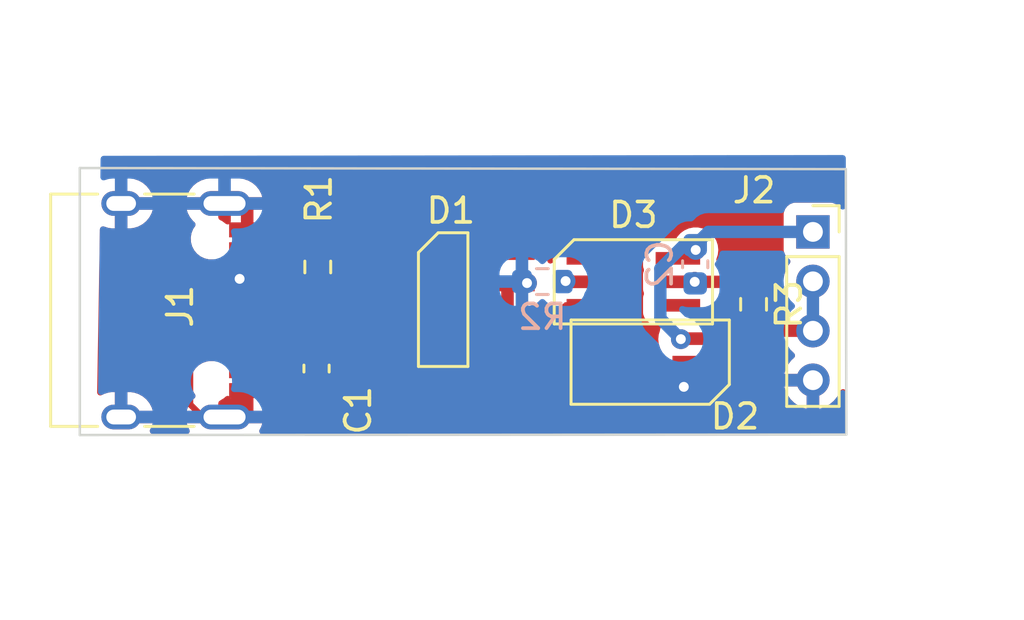
<source format=kicad_pcb>
(kicad_pcb (version 20211014) (generator pcbnew)
  (layers (0 "F.Cu" signal) (31 "B.Cu" signal) (34 "B.Paste" user) (35 "F.Paste" user) (36 "B.SilkS" user "B.Silkscreen") (37 "F.SilkS" user "F.Silkscreen") (38 "B.Mask" user) (39 "F.Mask" user) (44 "Edge.Cuts" user))
  (net 0 "")
  (net 1 "GND")
  (net 2 "Net-(C1-Pad2)")
  (net 3 "/B-")
  (net 4 "Net-(C2-Pad2)")
  (net 5 "Net-(D1-Pad2)")
  (net 6 "/B+")
  (net 8 "Net-(D2-Pad4)")
  (net 10 "Net-(D2-Pad6)")
  (net 11 "Net-(D3-Pad2)")
  (footprint "Library:tp4056" (layer "F.Cu") (at 125.14 109.88)
    (fp_text reference "D1" (at 0.31 -3.6) (layer "F.SilkS"))
    (fp_text value "tp4056")
    (fp_line (start -0.2 -2.705) (end 1 -2.705) (layer "F.SilkS") (width 0.12))
    (fp_line (start 1 2.705) (end -1 2.705) (layer "F.SilkS") (width 0.12))
    (fp_line (start -1 2.705) (end -1 -1.905) (layer "F.SilkS") (width 0.12))
    (fp_line (start 1 -2.705) (end 1 2.705) (layer "F.SilkS") (width 0.12))
    (fp_line (start -1 -1.905) (end -0.2 -2.705) (layer "F.SilkS") (width 0.12))
    (pad "1" smd rect (at -2.6 -1.905 270) (size 0.6 2.2) (layers "F.Cu" "F.Paste" "F.Mask") (net 1 "GND"))
    (pad "2" smd rect (at -2.6 -0.635 270) (size 0.6 2.2) (layers "F.Cu" "F.Paste" "F.Mask") (net 5 "Net-(D1-Pad2)"))
    (pad "3" smd rect (at -2.6 0.635 270) (size 0.6 2.2) (layers "F.Cu" "F.Paste" "F.Mask") (net 1 "GND"))
    (pad "4" smd rect (at -2.6 1.905 270) (size 0.6 2.2) (layers "F.Cu" "F.Paste" "F.Mask") (net 2 "Net-(C1-Pad2)"))
    (pad "5" smd rect (at 2.6 1.905 270) (size 0.6 2.2) (layers "F.Cu" "F.Paste" "F.Mask") (net 6 "/B+"))
    (pad "6" smd rect (at 2.6 0.635 270) (size 0.6 2.2) (layers "F.Cu" "F.Paste" "F.Mask") (net 1 "GND"))
    (pad "7" smd rect (at 2.6 -0.635 270) (size 0.6 2.2) (layers "F.Cu" "F.Paste" "F.Mask") (net 1 "GND"))
    (pad "8" smd rect (at 2.6 -1.905 270) (size 0.6 2.2) (layers "F.Cu" "F.Paste" "F.Mask") (net 2 "Net-(C1-Pad2)"))
  )
  (footprint "Connector_PinSocket_2.00mm:PinSocket_1x04_P2.00mm_Vertical" (layer "F.Cu") (at 140.09 107.14)
    (fp_text reference "J2" (at -2.38 -1.68) (layer "F.SilkS"))
    (fp_text value "Screw_Terminal_01x04")
    (fp_line (start -1.06 1) (end -1.06 7.06) (layer "F.SilkS") (width 0.12))
    (fp_line (start -1.06 1) (end 1.06 1) (layer "F.SilkS") (width 0.12))
    (fp_line (start -1.06 7.06) (end 1.06 7.06) (layer "F.SilkS") (width 0.12))
    (fp_line (start 1.06 1) (end 1.06 7.06) (layer "F.SilkS") (width 0.12))
    (fp_line (start 1.06 -1.06) (end 1.06 0) (layer "F.SilkS") (width 0.12))
    (fp_line (start 0 -1.06) (end 1.06 -1.06) (layer "F.SilkS") (width 0.12))
    (pad "1" thru_hole rect (at 0 0) (size 1.35 1.35) (drill 0.8) (layers *.Cu *.Mask) (net 3 "/B-"))
    (pad "2" thru_hole oval (at 0 2) (size 1.35 1.35) (drill 0.8) (layers *.Cu *.Mask) (net 6 "/B+"))
    (pad "3" thru_hole oval (at 0 4) (size 1.35 1.35) (drill 0.8) (layers *.Cu *.Mask) (net 6 "/B+"))
    (pad "4" thru_hole oval (at 0 6) (size 1.35 1.35) (drill 0.8) (layers *.Cu *.Mask) (net 1 "GND"))
  )
  (footprint "Capacitor_SMD:C_0603_1608Metric" (layer "F.Cu") (at 120.02 112.67 90)
    (fp_text reference "C1" (at -1.69 1.68 90) (layer "F.SilkS"))
    (fp_text value "0.1u")
    (fp_line (start -0.14058 0.51) (end 0.14058 0.51) (layer "F.SilkS") (width 0.12))
    (fp_line (start -0.14058 -0.51) (end 0.14058 -0.51) (layer "F.SilkS") (width 0.12))
    (pad "1" smd roundrect (at -0.775 0 90) (size 0.9 0.95) (layers "F.Cu" "F.Paste" "F.Mask") (net 1 "GND"))
    (pad "2" smd roundrect (at 0.775 0 90) (size 0.9 0.95) (layers "F.Cu" "F.Paste" "F.Mask") (net 2 "Net-(C1-Pad2)"))
  )
  (footprint "Resistor_SMD:R_0603_1608Metric" (layer "F.Cu") (at 137.69 110.07 -90)
    (fp_text reference "R3" (at 0 -1.43 90) (layer "F.SilkS"))
    (fp_text value "100")
    (fp_line (start -0.237258 0.5225) (end 0.237258 0.5225) (layer "F.SilkS") (width 0.12))
    (fp_line (start -0.237258 -0.5225) (end 0.237258 -0.5225) (layer "F.SilkS") (width 0.12))
    (pad "1" smd roundrect (at -0.825 0 270) (size 0.8 0.95) (layers "F.Cu" "F.Paste" "F.Mask") (net 4 "Net-(C2-Pad2)"))
    (pad "2" smd roundrect (at 0.825 0 270) (size 0.8 0.95) (layers "F.Cu" "F.Paste" "F.Mask") (net 6 "/B+"))
  )
  (footprint "Connector_USB:USB_C_Receptacle_HRO_TYPE-C-31-M-12" (layer "F.Cu") (at 113.17 110.31 -90)
    (fp_text reference "J1" (at -0.16 -1.33 90) (layer "F.SilkS"))
    (fp_text value "USB_C_Receptacle_PowerOnly_6P")
    (fp_line (start 4.7 -1.9) (end 4.7 0.1) (layer "F.SilkS") (width 0.12))
    (fp_line (start -4.7 -1.9) (end -4.7 0.1) (layer "F.SilkS") (width 0.12))
    (fp_line (start -4.7 3.9) (end 4.7 3.9) (layer "F.SilkS") (width 0.12))
    (fp_line (start -4.7 2) (end -4.7 3.9) (layer "F.SilkS") (width 0.12))
    (fp_line (start 4.7 2) (end 4.7 3.9) (layer "F.SilkS") (width 0.12))
    (pad "" np_thru_hole circle (at -2.89 -2.6 270) (size 0.65 0.65) (drill 0.65) (layers *.Cu *.Mask))
    (pad "" np_thru_hole circle (at 2.89 -2.6 270) (size 0.65 0.65) (drill 0.65) (layers *.Cu *.Mask))
    (pad "A1" smd rect (at -3.25 -4.045 270) (size 0.6 1.45) (layers "F.Cu" "F.Paste" "F.Mask") (net 1 "GND"))
    (pad "A4" smd rect (at -2.45 -4.045 270) (size 0.6 1.45) (layers "F.Cu" "F.Paste" "F.Mask") (net 2 "Net-(C1-Pad2)"))
    (pad "A5" smd rect (at -1.25 -4.045 270) (size 0.3 1.45) (layers "F.Cu" "F.Paste" "F.Mask") (net 1 "GND"))
    (pad "A6" smd rect (at -0.25 -4.045 270) (size 0.3 1.45) (layers "F.Cu" "F.Paste" "F.Mask"))
    (pad "A7" smd rect (at 0.25 -4.045 270) (size 0.3 1.45) (layers "F.Cu" "F.Paste" "F.Mask"))
    (pad "A8" smd rect (at 1.25 -4.045 270) (size 0.3 1.45) (layers "F.Cu" "F.Paste" "F.Mask"))
    (pad "A9" smd rect (at 2.45 -4.045 270) (size 0.6 1.45) (layers "F.Cu" "F.Paste" "F.Mask") (net 2 "Net-(C1-Pad2)"))
    (pad "A12" smd rect (at 3.25 -4.045 270) (size 0.6 1.45) (layers "F.Cu" "F.Paste" "F.Mask") (net 1 "GND"))
    (pad "B1" smd rect (at 3.25 -4.045 270) (size 0.6 1.45) (layers "F.Cu" "F.Paste" "F.Mask") (net 1 "GND"))
    (pad "B4" smd rect (at 2.45 -4.045 270) (size 0.6 1.45) (layers "F.Cu" "F.Paste" "F.Mask") (net 2 "Net-(C1-Pad2)"))
    (pad "B5" smd rect (at 1.75 -4.045 270) (size 0.3 1.45) (layers "F.Cu" "F.Paste" "F.Mask") (net 1 "GND"))
    (pad "B6" smd rect (at 0.75 -4.045 270) (size 0.3 1.45) (layers "F.Cu" "F.Paste" "F.Mask"))
    (pad "B7" smd rect (at -0.75 -4.045 270) (size 0.3 1.45) (layers "F.Cu" "F.Paste" "F.Mask"))
    (pad "B8" smd rect (at -1.75 -4.045 270) (size 0.3 1.45) (layers "F.Cu" "F.Paste" "F.Mask"))
    (pad "B9" smd rect (at -2.45 -4.045 270) (size 0.6 1.45) (layers "F.Cu" "F.Paste" "F.Mask") (net 2 "Net-(C1-Pad2)"))
    (pad "B12" smd rect (at -3.25 -4.045 270) (size 0.6 1.45) (layers "F.Cu" "F.Paste" "F.Mask") (net 1 "GND"))
    (pad "S1" thru_hole oval (at -4.32 1.05 270) (size 1 1.6) (drill oval 0.6 1.2) (layers *.Cu *.Mask) (net 1 "GND"))
    (pad "S1" thru_hole oval (at -4.32 -3.13 270) (size 1 2.1) (drill oval 0.6 1.7) (layers *.Cu *.Mask) (net 1 "GND"))
    (pad "S1" thru_hole oval (at 4.32 1.05 270) (size 1 1.6) (drill oval 0.6 1.2) (layers *.Cu *.Mask) (net 1 "GND"))
    (pad "S1" thru_hole oval (at 4.32 -3.13 270) (size 1 2.1) (drill oval 0.6 1.7) (layers *.Cu *.Mask) (net 1 "GND"))
  )
  (footprint "Resistor_SMD:R_0603_1608Metric" (layer "F.Cu") (at 120.07 108.56 -90)
    (fp_text reference "R1" (at -2.74 -0.04 90) (layer "F.SilkS"))
    (fp_text value "1,2k")
    (fp_line (start -0.237258 0.5225) (end 0.237258 0.5225) (layer "F.SilkS") (width 0.12))
    (fp_line (start -0.237258 -0.5225) (end 0.237258 -0.5225) (layer "F.SilkS") (width 0.12))
    (pad "1" smd roundrect (at -0.825 0 270) (size 0.8 0.95) (layers "F.Cu" "F.Paste" "F.Mask") (net 1 "GND"))
    (pad "2" smd roundrect (at 0.825 0 270) (size 0.8 0.95) (layers "F.Cu" "F.Paste" "F.Mask") (net 5 "Net-(D1-Pad2)"))
  )
  (footprint "Library:dw01a" (layer "F.Cu") (at 132.83 109.16)
    (fp_text reference "D3" (at 0 -2.705) (layer "F.SilkS"))
    (fp_text value "dw01a")
    (fp_line (start -2.4 -1.705) (end 3.2 -1.705) (layer "F.SilkS") (width 0.12))
    (fp_line (start 3.2 -1.705) (end 3.2 1.705) (layer "F.SilkS") (width 0.12))
    (fp_line (start 3.2 1.705) (end -3.2 1.705) (layer "F.SilkS") (width 0.12))
    (fp_line (start -3.2 -0.905) (end -2.4 -1.705) (layer "F.SilkS") (width 0.12))
    (fp_line (start -3.2 1.705) (end -3.2 -0.905) (layer "F.SilkS") (width 0.12))
    (pad "1" smd rect (at -1.8 -0.95 270) (size 0.51 1.8) (layers "F.Cu" "F.Paste" "F.Mask") (net 8 "Net-(D2-Pad4)"))
    (pad "2" smd rect (at -1.8 0 270) (size 0.51 1.8) (layers "F.Cu" "F.Paste" "F.Mask") (net 11 "Net-(D3-Pad2)"))
    (pad "3" smd rect (at -1.8 0.95 270) (size 0.51 1.8) (layers "F.Cu" "F.Paste" "F.Mask") (net 10 "Net-(D2-Pad6)"))
    (pad "4" smd rect (at 1.8 0.95 270) (size 0.51 1.8) (layers "F.Cu" "F.Paste" "F.Mask"))
    (pad "5" smd rect (at 1.8 0 270) (size 0.51 1.8) (layers "F.Cu" "F.Paste" "F.Mask") (net 4 "Net-(C2-Pad2)"))
    (pad "6" smd rect (at 1.8 -0.95 270) (size 0.51 1.8) (layers "F.Cu" "F.Paste" "F.Mask") (net 3 "/B-"))
  )
  (footprint "Library:dw01a" (layer "F.Cu") (at 133.51 112.41 180)
    (fp_text reference "D2" (at -3.43 -2.2) (layer "F.SilkS"))
    (fp_text value "fs8205a")
    (fp_line (start -3.2 1.705) (end -3.2 -0.905) (layer "F.SilkS") (width 0.12))
    (fp_line (start -2.4 -1.705) (end 3.2 -1.705) (layer "F.SilkS") (width 0.12))
    (fp_line (start 3.2 -1.705) (end 3.2 1.705) (layer "F.SilkS") (width 0.12))
    (fp_line (start -3.2 -0.905) (end -2.4 -1.705) (layer "F.SilkS") (width 0.12))
    (fp_line (start 3.2 1.705) (end -3.2 1.705) (layer "F.SilkS") (width 0.12))
    (pad "1" smd rect (at -1.8 -0.95 90) (size 0.51 1.8) (layers "F.Cu" "F.Paste" "F.Mask") (net 1 "GND"))
    (pad "2" smd rect (at -1.8 0 90) (size 0.51 1.8) (layers "F.Cu" "F.Paste" "F.Mask"))
    (pad "3" smd rect (at -1.8 0.95 90) (size 0.51 1.8) (layers "F.Cu" "F.Paste" "F.Mask") (net 3 "/B-"))
    (pad "4" smd rect (at 1.8 0.95 90) (size 0.51 1.8) (layers "F.Cu" "F.Paste" "F.Mask") (net 8 "Net-(D2-Pad4)"))
    (pad "5" smd rect (at 1.8 0 90) (size 0.51 1.8) (layers "F.Cu" "F.Paste" "F.Mask"))
    (pad "6" smd rect (at 1.8 -0.95 90) (size 0.51 1.8) (layers "F.Cu" "F.Paste" "F.Mask") (net 10 "Net-(D2-Pad6)"))
  )
  (footprint "Resistor_SMD:R_0603_1608Metric" (layer "B.Cu") (at 129.15 109.15)
    (fp_text reference "R2" (at 0 1.43) (layer "B.SilkS") (effects (justify mirror)))
    (fp_text value "1k")
    (fp_line (start -0.237258 0.5225) (end 0.237258 0.5225) (layer "B.SilkS") (width 0.12))
    (fp_line (start -0.237258 -0.5225) (end 0.237258 -0.5225) (layer "B.SilkS") (width 0.12))
    (pad "1" smd roundrect (at -0.825 0) (size 0.8 0.95) (layers "B.Cu" "B.Paste" "B.Mask") (net 1 "GND"))
    (pad "2" smd roundrect (at 0.825 0) (size 0.8 0.95) (layers "B.Cu" "B.Paste" "B.Mask") (net 11 "Net-(D3-Pad2)"))
  )
  (footprint "Capacitor_SMD:C_0603_1608Metric" (layer "B.Cu") (at 135.33 108.45 -90)
    (fp_text reference "C2" (at 0 1.43 90) (layer "B.SilkS") (effects (justify mirror)))
    (fp_text value "0.1u")
    (fp_line (start -0.14058 0.51) (end 0.14058 0.51) (layer "B.SilkS") (width 0.12))
    (fp_line (start -0.14058 -0.51) (end 0.14058 -0.51) (layer "B.SilkS") (width 0.12))
    (pad "1" smd roundrect (at -0.775 0 270) (size 0.9 0.95) (layers "B.Cu" "B.Paste" "B.Mask") (net 3 "/B-"))
    (pad "2" smd roundrect (at 0.775 0 270) (size 0.9 0.95) (layers "B.Cu" "B.Paste" "B.Mask") (net 4 "Net-(C2-Pad2)"))
  )
  (gr_line (start 110.45 104.555) (end 110.45 115.36) (layer "Edge.Cuts") (width 0.1))
  (gr_line (start 110.45 115.36) (end 141.44 115.34) (layer "Edge.Cuts") (width 0.1))
  (gr_line (start 141.44 115.34) (end 141.42 104.6) (layer "Edge.Cuts") (width 0.1))
  (gr_line (start 141.42 104.6) (end 110.45 104.555) (layer "Edge.Cuts") (width 0.1))
  (segment (start 116.3 114.63) (end 116.77 114.63) (width 0.25) (layer "F.Cu") (net 1))
  (segment (start 116.3 114.475) (end 117.215 113.56) (width 0.5) (layer "F.Cu") (net 1))
  (segment (start 122.506433 107.941433) (end 122.54 107.975) (width 0.25) (layer "F.Cu") (net 1))
  (segment (start 119.74 107.06) (end 119.805 107.125) (width 0.25) (layer "F.Cu") (net 1))
  (segment (start 119.8475 113.55) (end 118.1525 113.55) (width 0.5) (layer "F.Cu") (net 1))
  (segment (start 114.91 114.12) (end 115.23 114.44) (width 0.25) (layer "F.Cu") (net 1))
  (segment (start 117.215 112.06) (end 115.31 112.06) (width 0.25) (layer "F.Cu") (net 1))
  (segment (start 120.07 107.735) (end 120.07 107.39) (width 0.4) (layer "F.Cu") (net 1))
  (segment (start 116.3 114.63) (end 116.3 114.475) (width 0.25) (layer "F.Cu") (net 1))
  (segment (start 115.31 112.06) (end 114.91 112.46) (width 0.25) (layer "F.Cu") (net 1))
  (segment (start 127.74 110.515) (end 127.74 109.245) (width 0.25) (layer "F.Cu") (net 1))
  (segment (start 118.67 105.99) (end 116.3 105.99) (width 0.4) (layer "F.Cu") (net 1))
  (segment (start 114.91 112.46) (end 114.91 114.12) (width 0.25) (layer "F.Cu") (net 1))
  (segment (start 117.215 107.06) (end 119.74 107.06) (width 0.4) (layer "F.Cu") (net 1))
  (segment (start 120.07 107.39) (end 119.805 107.125) (width 0.4) (layer "F.Cu") (net 1))
  (segment (start 117.215 113.56) (end 118.21 113.56) (width 0.5) (layer "F.Cu") (net 1))
  (segment (start 120.07 107.735) (end 120.276433 107.941433) (width 0.4) (layer "F.Cu") (net 1))
  (segment (start 119.805 107.125) (end 118.67 105.99) (width 0.4) (layer "F.Cu") (net 1))
  (segment (start 120.276433 107.941433) (end 122.506433 107.941433) (width 0.5) (layer "F.Cu") (net 1))
  (via (at 128.53 109.21) (size 0.8) (drill 0.4) (layers "F.Cu" "B.Cu") (net 1))
  (via (at 116.91 109.04) (size 0.8) (drill 0.4) (layers "F.Cu" "B.Cu") (net 1))
  (via (at 134.87 113.41) (size 0.8) (drill 0.4) (layers "F.Cu" "B.Cu") (net 1))
  (segment (start 122.54 111.785) (end 124.365 111.785) (width 0.5) (layer "F.Cu") (net 2))
  (segment (start 120.02 111.895) (end 120.13 111.785) (width 0.25) (layer "F.Cu") (net 2))
  (segment (start 118.05 112.76) (end 118.89 111.92) (width 0.5) (layer "F.Cu") (net 2))
  (segment (start 117.215 112.76) (end 118.05 112.76) (width 0.5) (layer "F.Cu") (net 2))
  (segment (start 125.63 110.52) (end 125.63 108.5) (width 0.5) (layer "F.Cu") (net 2))
  (segment (start 125.63 108.5) (end 126.155 107.975) (width 0.5) (layer "F.Cu") (net 2))
  (segment (start 118.935 111.895) (end 118.935 108.505) (width 0.5) (layer "F.Cu") (net 2))
  (segment (start 118.29 107.86) (end 117.215 107.86) (width 0.5) (layer "F.Cu") (net 2))
  (segment (start 118.935 108.505) (end 118.29 107.86) (width 0.5) (layer "F.Cu") (net 2))
  (segment (start 124.365 111.785) (end 125.63 110.52) (width 0.5) (layer "F.Cu") (net 2))
  (segment (start 126.155 107.975) (end 127.74 107.975) (width 0.5) (layer "F.Cu") (net 2))
  (segment (start 120.02 111.895) (end 118.935 111.895) (width 0.5) (layer "F.Cu") (net 2))
  (segment (start 120.13 111.785) (end 122.54 111.785) (width 0.5) (layer "F.Cu") (net 2))
  (via (at 135.35 107.87) (size 0.8) (drill 0.4) (layers "F.Cu" "B.Cu") (net 3))
  (via (at 134.75 111.48) (size 0.8) (drill 0.4) (layers "F.Cu" "B.Cu") (net 3))
  (segment (start 135.865 107.14) (end 140.09 107.14) (width 0.5) (layer "B.Cu") (net 3))
  (segment (start 133.92 110.65) (end 134.75 111.48) (width 0.5) (layer "B.Cu") (net 3))
  (segment (start 135.33 107.675) (end 134.875 107.675) (width 0.5) (layer "B.Cu") (net 3))
  (segment (start 133.92 108.63) (end 133.92 110.65) (width 0.5) (layer "B.Cu") (net 3))
  (segment (start 134.875 107.675) (end 133.92 108.63) (width 0.5) (layer "B.Cu") (net 3))
  (segment (start 135.33 107.675) (end 135.865 107.14) (width 0.5) (layer "B.Cu") (net 3))
  (segment (start 134.63 109.16) (end 135.31 109.16) (width 0.25) (layer "F.Cu") (net 4))
  (segment (start 137.605 109.16) (end 137.69 109.245) (width 0.25) (layer "F.Cu") (net 4))
  (segment (start 135.31 109.16) (end 137.605 109.16) (width 0.5) (layer "F.Cu") (net 4))
  (via (at 135.31 109.16) (size 0.8) (drill 0.4) (layers "F.Cu" "B.Cu") (net 4))
  (segment (start 120.21 109.245) (end 122.54 109.245) (width 0.5) (layer "F.Cu") (net 5))
  (segment (start 120.07 109.385) (end 120.21 109.245) (width 0.25) (layer "F.Cu") (net 5))
  (segment (start 137.72 113.425) (end 137.72 111.41) (width 0.5) (layer "F.Cu") (net 6))
  (segment (start 127.74 113.43) (end 129.38 115.07) (width 0.5) (layer "F.Cu") (net 6))
  (segment (start 127.74 111.785) (end 127.74 113.43) (width 0.5) (layer "F.Cu") (net 6))
  (segment (start 137.99 111.14) (end 140.09 111.14) (width 0.5) (layer "F.Cu") (net 6))
  (segment (start 129.38 115.07) (end 136.66 115.07) (width 0.5) (layer "F.Cu") (net 6))
  (segment (start 137.74 113.99) (end 137.74 113.445) (width 0.5) (layer "F.Cu") (net 6))
  (segment (start 137.72 111.41) (end 137.99 111.14) (width 0.5) (layer "F.Cu") (net 6))
  (segment (start 137.74 113.445) (end 137.72 113.425) (width 0.5) (layer "F.Cu") (net 6))
  (segment (start 137.72 111.41) (end 137.72 110.94) (width 0.5) (layer "F.Cu") (net 6))
  (segment (start 136.66 115.07) (end 137.74 113.99) (width 0.5) (layer "F.Cu") (net 6))
  (segment (start 140.09 111.14) (end 140.09 109.14) (width 0.5) (layer "B.Cu") (net 6))
  (segment (start 132 108.21) (end 131.03 108.21) (width 0.25) (layer "F.Cu") (net 8))
  (segment (start 132.33 108.54) (end 132 108.21) (width 0.25) (layer "F.Cu") (net 8))
  (segment (start 132.07 111.46) (end 132.33 111.2) (width 0.25) (layer "F.Cu") (net 8))
  (segment (start 131.71 111.46) (end 132.07 111.46) (width 0.25) (layer "F.Cu") (net 8))
  (segment (start 132.33 111.2) (end 132.33 108.54) (width 0.25) (layer "F.Cu") (net 8))
  (segment (start 129.85 110.37) (end 129.85 112.99) (width 0.25) (layer "F.Cu") (net 10))
  (segment (start 130.11 110.11) (end 129.85 110.37) (width 0.25) (layer "F.Cu") (net 10))
  (segment (start 131.03 110.11) (end 130.11 110.11) (width 0.25) (layer "F.Cu") (net 10))
  (segment (start 129.85 112.99) (end 130.22 113.36) (width 0.25) (layer "F.Cu") (net 10))
  (segment (start 130.22 113.36) (end 131.71 113.36) (width 0.25) (layer "F.Cu") (net 10))
  (via (at 130.09 109.13) (size 0.8) (drill 0.4) (layers "F.Cu" "B.Cu") (net 11))
  (zone (net 1) (net_name "GND") (layer "F.Cu") (connect_pads (clearance 0.508)) (min_thickness 0.254) (fill yes (thermal_gap 0.508) (thermal_bridge_width 0.508))
    (polygon (pts (xy 141.2 104.8) (xy 141.48 115.37) (xy 111.12 115.32) (xy 111.3 104.77)))
  )
  (zone (net 1) (net_name "GND") (layer "B.Cu") (connect_pads (clearance 0.508)) (min_thickness 0.254) (fill yes (thermal_gap 0.508) (thermal_bridge_width 0.508))
    (polygon (pts (xy 141.42 115.37) (xy 111.09 115.32) (xy 111.17 115.3) (xy 111.29 104.06) (xy 141.42 104.03)))
  )
)
</source>
